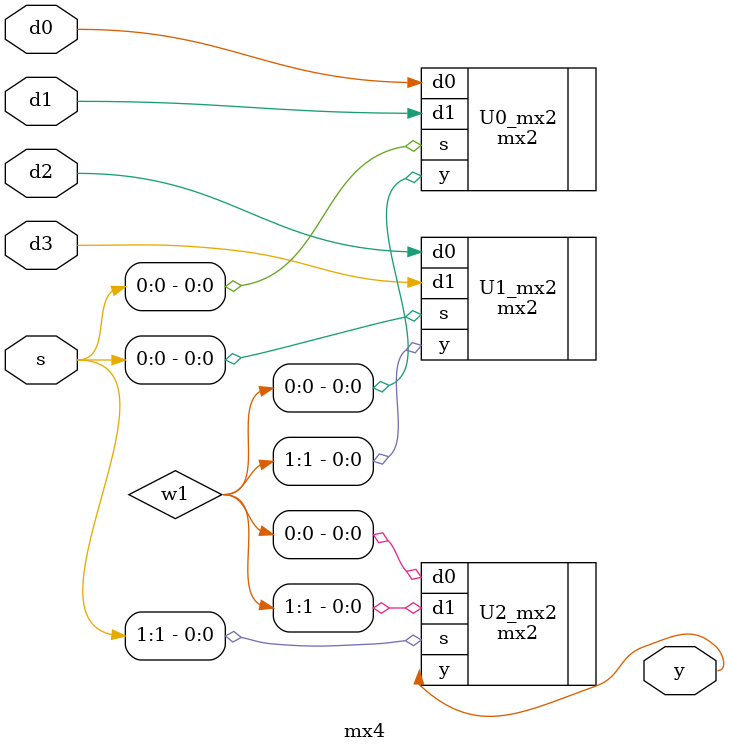
<source format=v>
module mx4(y,d0,d1,d2,d3,s);
input d0,d1,d2,d3;
input [1:0] s;
output y;
wire [1:0] w1;

mx2 U0_mx2(.d0(d0),.d1(d1),.s(s[0]),.y(w1[0]));
mx2 U1_mx2(.d0(d2),.d1(d3),.s(s[0]),.y(w1[1]));
mx2 U2_mx2(.d0(w1[0]),.d1(w1[1]),.s(s[1]),.y(y));

endmodule
</source>
